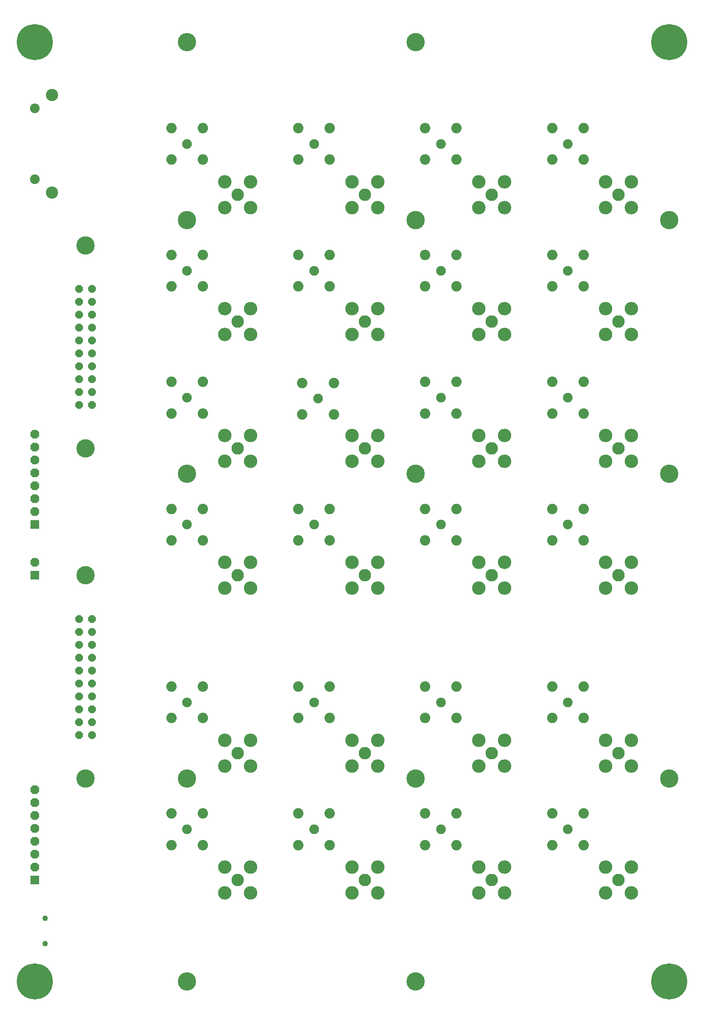
<source format=gts>
G75*
%MOIN*%
%OFA0B0*%
%FSLAX25Y25*%
%IPPOS*%
%LPD*%
%AMOC8*
5,1,8,0,0,1.08239X$1,22.5*
%
%ADD10C,0.14180*%
%ADD11C,0.07487*%
%ADD12C,0.09455*%
%ADD13C,0.08077*%
%ADD14C,0.09700*%
%ADD15C,0.10450*%
%ADD16OC8,0.06896*%
%ADD17R,0.06896X0.06896*%
%ADD18OC8,0.06000*%
%ADD19C,0.04337*%
%ADD20C,0.27959*%
D10*
X0080240Y0198350D03*
X0158980Y0198350D03*
X0158980Y0040870D03*
X0336146Y0040870D03*
X0336146Y0198350D03*
X0336146Y0434571D03*
X0336146Y0631421D03*
X0336146Y0769217D03*
X0158980Y0769217D03*
X0158980Y0631421D03*
X0080240Y0611736D03*
X0080240Y0454256D03*
X0080240Y0355831D03*
X0158980Y0434571D03*
X0532996Y0434571D03*
X0532996Y0631421D03*
X0532996Y0198350D03*
D11*
X0454256Y0158980D03*
X0454256Y0257406D03*
X0355831Y0257406D03*
X0355831Y0158980D03*
X0257406Y0158980D03*
X0257406Y0257406D03*
X0158980Y0257406D03*
X0158980Y0158980D03*
X0158980Y0395201D03*
X0158980Y0493626D03*
X0158980Y0592051D03*
X0158980Y0690476D03*
X0257406Y0690476D03*
X0257406Y0592051D03*
X0260555Y0492839D03*
X0257406Y0395201D03*
X0355831Y0395201D03*
X0355831Y0493626D03*
X0355831Y0592051D03*
X0355831Y0690476D03*
X0454256Y0690476D03*
X0454256Y0592051D03*
X0454256Y0493626D03*
X0454256Y0395201D03*
X0040870Y0662917D03*
X0040870Y0718035D03*
D12*
X0054256Y0728272D03*
X0054256Y0652681D03*
D13*
X0146780Y0678276D03*
X0146780Y0702676D03*
X0171180Y0702676D03*
X0171180Y0678276D03*
X0171180Y0604251D03*
X0171180Y0579851D03*
X0146780Y0579851D03*
X0146780Y0604251D03*
X0146780Y0505826D03*
X0146780Y0481426D03*
X0171180Y0481426D03*
X0171180Y0505826D03*
X0171180Y0407401D03*
X0171180Y0383001D03*
X0146780Y0383001D03*
X0146780Y0407401D03*
X0245206Y0407401D03*
X0245206Y0383001D03*
X0269606Y0383001D03*
X0269606Y0407401D03*
X0272755Y0480639D03*
X0272755Y0505039D03*
X0248355Y0505039D03*
X0248355Y0480639D03*
X0245206Y0579851D03*
X0245206Y0604251D03*
X0269606Y0604251D03*
X0269606Y0579851D03*
X0269606Y0678276D03*
X0269606Y0702676D03*
X0245206Y0702676D03*
X0245206Y0678276D03*
X0343631Y0678276D03*
X0343631Y0702676D03*
X0368031Y0702676D03*
X0368031Y0678276D03*
X0368031Y0604251D03*
X0368031Y0579851D03*
X0343631Y0579851D03*
X0343631Y0604251D03*
X0343631Y0505826D03*
X0343631Y0481426D03*
X0368031Y0481426D03*
X0368031Y0505826D03*
X0368031Y0407401D03*
X0368031Y0383001D03*
X0343631Y0383001D03*
X0343631Y0407401D03*
X0343631Y0269606D03*
X0343631Y0245206D03*
X0368031Y0245206D03*
X0368031Y0269606D03*
X0368031Y0171180D03*
X0368031Y0146780D03*
X0343631Y0146780D03*
X0343631Y0171180D03*
X0269606Y0171180D03*
X0269606Y0146780D03*
X0245206Y0146780D03*
X0245206Y0171180D03*
X0245206Y0245206D03*
X0245206Y0269606D03*
X0269606Y0269606D03*
X0269606Y0245206D03*
X0171180Y0245206D03*
X0171180Y0269606D03*
X0146780Y0269606D03*
X0146780Y0245206D03*
X0146780Y0171180D03*
X0146780Y0146780D03*
X0171180Y0146780D03*
X0171180Y0171180D03*
X0442056Y0171180D03*
X0442056Y0146780D03*
X0466456Y0146780D03*
X0466456Y0171180D03*
X0466456Y0245206D03*
X0466456Y0269606D03*
X0442056Y0269606D03*
X0442056Y0245206D03*
X0442056Y0383001D03*
X0442056Y0407401D03*
X0466456Y0407401D03*
X0466456Y0383001D03*
X0466456Y0481426D03*
X0466456Y0505826D03*
X0442056Y0505826D03*
X0442056Y0481426D03*
X0442056Y0579851D03*
X0442056Y0604251D03*
X0466456Y0604251D03*
X0466456Y0579851D03*
X0466456Y0678276D03*
X0466456Y0702676D03*
X0442056Y0702676D03*
X0442056Y0678276D03*
D14*
X0395201Y0651106D03*
X0395201Y0552681D03*
X0395201Y0454256D03*
X0395201Y0355831D03*
X0296776Y0355831D03*
X0296776Y0454256D03*
X0296776Y0552681D03*
X0296776Y0651106D03*
X0198350Y0651106D03*
X0198350Y0552681D03*
X0198350Y0454256D03*
X0198350Y0355831D03*
X0198350Y0218035D03*
X0198350Y0119610D03*
X0296776Y0119610D03*
X0296776Y0218035D03*
X0395201Y0218035D03*
X0395201Y0119610D03*
X0493626Y0119610D03*
X0493626Y0218035D03*
X0493626Y0355831D03*
X0493626Y0454256D03*
X0493626Y0552681D03*
X0493626Y0651106D03*
D15*
X0503626Y0641106D03*
X0503626Y0661106D03*
X0483626Y0661106D03*
X0483626Y0641106D03*
X0483626Y0562681D03*
X0483626Y0542681D03*
X0503626Y0542681D03*
X0503626Y0562681D03*
X0503626Y0464256D03*
X0483626Y0464256D03*
X0483626Y0444256D03*
X0503626Y0444256D03*
X0503626Y0365831D03*
X0483626Y0365831D03*
X0483626Y0345831D03*
X0503626Y0345831D03*
X0503626Y0228035D03*
X0503626Y0208035D03*
X0483626Y0208035D03*
X0483626Y0228035D03*
X0483626Y0129610D03*
X0483626Y0109610D03*
X0503626Y0109610D03*
X0503626Y0129610D03*
X0405201Y0129610D03*
X0405201Y0109610D03*
X0385201Y0109610D03*
X0385201Y0129610D03*
X0385201Y0208035D03*
X0405201Y0208035D03*
X0405201Y0228035D03*
X0385201Y0228035D03*
X0306776Y0228035D03*
X0306776Y0208035D03*
X0286776Y0208035D03*
X0286776Y0228035D03*
X0208350Y0228035D03*
X0208350Y0208035D03*
X0188350Y0208035D03*
X0188350Y0228035D03*
X0188350Y0129610D03*
X0188350Y0109610D03*
X0208350Y0109610D03*
X0208350Y0129610D03*
X0286776Y0129610D03*
X0286776Y0109610D03*
X0306776Y0109610D03*
X0306776Y0129610D03*
X0306776Y0345831D03*
X0306776Y0365831D03*
X0286776Y0365831D03*
X0286776Y0345831D03*
X0286776Y0444256D03*
X0286776Y0464256D03*
X0306776Y0464256D03*
X0306776Y0444256D03*
X0306776Y0542681D03*
X0306776Y0562681D03*
X0286776Y0562681D03*
X0286776Y0542681D03*
X0208350Y0542681D03*
X0208350Y0562681D03*
X0188350Y0562681D03*
X0188350Y0542681D03*
X0188350Y0464256D03*
X0188350Y0444256D03*
X0208350Y0444256D03*
X0208350Y0464256D03*
X0208350Y0365831D03*
X0208350Y0345831D03*
X0188350Y0345831D03*
X0188350Y0365831D03*
X0188350Y0641106D03*
X0188350Y0661106D03*
X0208350Y0661106D03*
X0208350Y0641106D03*
X0286776Y0641106D03*
X0286776Y0661106D03*
X0306776Y0661106D03*
X0306776Y0641106D03*
X0385201Y0641106D03*
X0385201Y0661106D03*
X0405201Y0661106D03*
X0405201Y0641106D03*
X0405201Y0562681D03*
X0405201Y0542681D03*
X0385201Y0542681D03*
X0385201Y0562681D03*
X0385201Y0464256D03*
X0405201Y0464256D03*
X0405201Y0444256D03*
X0385201Y0444256D03*
X0385201Y0365831D03*
X0405201Y0365831D03*
X0405201Y0345831D03*
X0385201Y0345831D03*
D16*
X0040870Y0365831D03*
X0040870Y0405201D03*
X0040870Y0415201D03*
X0040870Y0425201D03*
X0040870Y0435201D03*
X0040870Y0445201D03*
X0040870Y0455201D03*
X0040870Y0465201D03*
X0040870Y0189610D03*
X0040870Y0179610D03*
X0040870Y0169610D03*
X0040870Y0159610D03*
X0040870Y0149610D03*
X0040870Y0139610D03*
X0040870Y0129610D03*
D17*
X0040870Y0119610D03*
X0040870Y0355831D03*
X0040870Y0395201D03*
D18*
X0075240Y0322091D03*
X0085240Y0322091D03*
X0085240Y0312091D03*
X0075240Y0312091D03*
X0075240Y0302091D03*
X0085240Y0302091D03*
X0085240Y0292091D03*
X0075240Y0292091D03*
X0075240Y0282091D03*
X0085240Y0282091D03*
X0085240Y0272091D03*
X0075240Y0272091D03*
X0075240Y0262091D03*
X0085240Y0262091D03*
X0085240Y0252091D03*
X0075240Y0252091D03*
X0075240Y0242091D03*
X0085240Y0242091D03*
X0085240Y0232091D03*
X0075240Y0232091D03*
X0075240Y0487996D03*
X0075240Y0497996D03*
X0075240Y0507996D03*
X0075240Y0517996D03*
X0085240Y0517996D03*
X0085240Y0507996D03*
X0085240Y0497996D03*
X0085240Y0487996D03*
X0085240Y0527996D03*
X0075240Y0527996D03*
X0075240Y0537996D03*
X0075240Y0547996D03*
X0075240Y0557996D03*
X0085240Y0557996D03*
X0085240Y0547996D03*
X0085240Y0537996D03*
X0085240Y0567996D03*
X0075240Y0567996D03*
X0075240Y0577996D03*
X0085240Y0577996D03*
D19*
X0048744Y0090083D03*
X0048744Y0070398D03*
D20*
X0040870Y0040870D03*
X0532996Y0040870D03*
X0532996Y0769217D03*
X0040870Y0769217D03*
M02*

</source>
